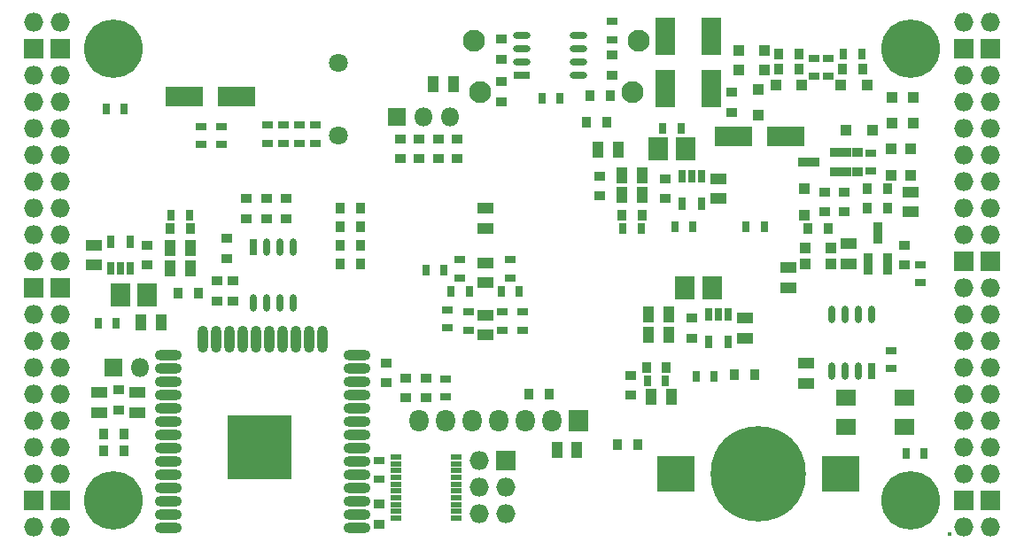
<source format=gbs>
G04 #@! TF.GenerationSoftware,KiCad,Pcbnew,5.0.0-rc2-dev-unknown+dfsg1+20180318-2*
G04 #@! TF.CreationDate,2018-05-10T13:20:57+02:00*
G04 #@! TF.ProjectId,ulx3s,756C7833732E6B696361645F70636200,rev?*
G04 #@! TF.SameCoordinates,Original*
G04 #@! TF.FileFunction,Soldermask,Bot*
G04 #@! TF.FilePolarity,Negative*
%FSLAX46Y46*%
G04 Gerber Fmt 4.6, Leading zero omitted, Abs format (unit mm)*
G04 Created by KiCad (PCBNEW 5.0.0-rc2-dev-unknown+dfsg1+20180318-2) date Thu May 10 13:20:57 2018*
%MOMM*%
%LPD*%
G01*
G04 APERTURE LIST*
%ADD10O,1.827200X1.827200*%
%ADD11R,1.827200X1.827200*%
%ADD12R,0.800000X1.300000*%
%ADD13C,5.600000*%
%ADD14R,1.100000X0.500000*%
%ADD15R,1.827200X2.132000*%
%ADD16O,1.827200X2.132000*%
%ADD17R,3.600000X3.400000*%
%ADD18C,9.100000*%
%ADD19C,1.800000*%
%ADD20R,0.700000X1.650000*%
%ADD21O,0.700000X1.650000*%
%ADD22R,1.650000X0.700000*%
%ADD23O,1.650000X0.700000*%
%ADD24O,2.600000X1.000000*%
%ADD25O,1.000000X2.600000*%
%ADD26R,6.100000X6.100000*%
%ADD27R,1.900000X1.500000*%
%ADD28R,1.070000X1.600000*%
%ADD29R,1.600000X1.070000*%
%ADD30R,0.770000X1.100000*%
%ADD31R,1.100000X0.770000*%
%ADD32C,2.100000*%
%ADD33R,1.925000X2.300000*%
%ADD34R,1.100000X1.100000*%
%ADD35R,0.900000X2.000000*%
%ADD36R,2.000000X0.900000*%
%ADD37R,3.600000X1.900000*%
%ADD38R,1.900000X3.600000*%
%ADD39C,0.400000*%
%ADD40R,0.945000X1.100000*%
%ADD41R,1.100000X0.945000*%
%ADD42R,1.800000X1.800000*%
%ADD43O,1.800000X1.800000*%
G04 APERTURE END LIST*
D10*
X97910000Y-62690000D03*
X95370000Y-62690000D03*
D11*
X97910000Y-65230000D03*
X95370000Y-65230000D03*
D10*
X97910000Y-67770000D03*
X95370000Y-67770000D03*
X97910000Y-70310000D03*
X95370000Y-70310000D03*
X97910000Y-72850000D03*
X95370000Y-72850000D03*
X97910000Y-75390000D03*
X95370000Y-75390000D03*
X97910000Y-77930000D03*
X95370000Y-77930000D03*
X97910000Y-80470000D03*
X95370000Y-80470000D03*
X97910000Y-83010000D03*
X95370000Y-83010000D03*
X97910000Y-85550000D03*
X95370000Y-85550000D03*
D11*
X97910000Y-88090000D03*
X95370000Y-88090000D03*
D10*
X97910000Y-90630000D03*
X95370000Y-90630000D03*
X97910000Y-93170000D03*
X95370000Y-93170000D03*
X97910000Y-95710000D03*
X95370000Y-95710000D03*
X97910000Y-98250000D03*
X95370000Y-98250000D03*
X97910000Y-100790000D03*
X95370000Y-100790000D03*
X97910000Y-103330000D03*
X95370000Y-103330000D03*
X97910000Y-105870000D03*
X95370000Y-105870000D03*
D11*
X97910000Y-108410000D03*
X95370000Y-108410000D03*
D10*
X97910000Y-110950000D03*
X95370000Y-110950000D03*
D12*
X159825000Y-90600000D03*
X160775000Y-90600000D03*
X161725000Y-90600000D03*
X161725000Y-93200000D03*
X159825000Y-93200000D03*
X104575000Y-86215000D03*
X103625000Y-86215000D03*
X102675000Y-86215000D03*
X102675000Y-83615000D03*
X104575000Y-83615000D03*
X157285000Y-77392000D03*
X158235000Y-77392000D03*
X159185000Y-77392000D03*
X159185000Y-79992000D03*
X157285000Y-79992000D03*
D10*
X184270000Y-110950000D03*
X186810000Y-110950000D03*
D11*
X184270000Y-108410000D03*
X186810000Y-108410000D03*
D10*
X184270000Y-105870000D03*
X186810000Y-105870000D03*
X184270000Y-103330000D03*
X186810000Y-103330000D03*
X184270000Y-100790000D03*
X186810000Y-100790000D03*
X184270000Y-98250000D03*
X186810000Y-98250000D03*
X184270000Y-95710000D03*
X186810000Y-95710000D03*
X184270000Y-93170000D03*
X186810000Y-93170000D03*
X184270000Y-90630000D03*
X186810000Y-90630000D03*
X184270000Y-88090000D03*
X186810000Y-88090000D03*
D11*
X184270000Y-85550000D03*
X186810000Y-85550000D03*
D10*
X184270000Y-83010000D03*
X186810000Y-83010000D03*
X184270000Y-80470000D03*
X186810000Y-80470000D03*
X184270000Y-77930000D03*
X186810000Y-77930000D03*
X184270000Y-75390000D03*
X186810000Y-75390000D03*
X184270000Y-72850000D03*
X186810000Y-72850000D03*
X184270000Y-70310000D03*
X186810000Y-70310000D03*
X184270000Y-67770000D03*
X186810000Y-67770000D03*
D11*
X184270000Y-65230000D03*
X186810000Y-65230000D03*
D10*
X184270000Y-62690000D03*
X186810000Y-62690000D03*
D13*
X102990000Y-108410000D03*
X179190000Y-108410000D03*
X179190000Y-65230000D03*
X102990000Y-65230000D03*
D14*
X135735000Y-104215000D03*
X135735000Y-104865000D03*
X135735000Y-105515000D03*
X135735000Y-106165000D03*
X135735000Y-106815000D03*
X135735000Y-107465000D03*
X135735000Y-108115000D03*
X135735000Y-108765000D03*
X135735000Y-109415000D03*
X135735000Y-110065000D03*
X129935000Y-110065000D03*
X129935000Y-109415000D03*
X129935000Y-108765000D03*
X129935000Y-108115000D03*
X129935000Y-107465000D03*
X129935000Y-106815000D03*
X129935000Y-106165000D03*
X129935000Y-105515000D03*
X129935000Y-104865000D03*
X129935000Y-104215000D03*
D11*
X140455000Y-104600000D03*
D10*
X137915000Y-104600000D03*
X140455000Y-107140000D03*
X137915000Y-107140000D03*
X140455000Y-109680000D03*
X137915000Y-109680000D03*
D15*
X147440000Y-100790000D03*
D16*
X144900000Y-100790000D03*
X142360000Y-100790000D03*
X139820000Y-100790000D03*
X137280000Y-100790000D03*
X134740000Y-100790000D03*
X132200000Y-100790000D03*
D17*
X172485000Y-105870000D03*
X156685000Y-105870000D03*
D18*
X164585000Y-105870000D03*
D19*
X124468000Y-66518000D03*
X124468000Y-73518000D03*
D20*
X175395000Y-96015000D03*
D21*
X174125000Y-96015000D03*
X172855000Y-96015000D03*
X171585000Y-96015000D03*
X171585000Y-90615000D03*
X172855000Y-90615000D03*
X174125000Y-90615000D03*
X175395000Y-90615000D03*
D22*
X141980000Y-67706500D03*
D23*
X141980000Y-66436500D03*
X141980000Y-65166500D03*
X141980000Y-63896500D03*
X147380000Y-63896500D03*
X147380000Y-65166500D03*
X147380000Y-66436500D03*
X147380000Y-67706500D03*
D20*
X116325000Y-84120000D03*
D21*
X117595000Y-84120000D03*
X118865000Y-84120000D03*
X120135000Y-84120000D03*
X120135000Y-89520000D03*
X118865000Y-89520000D03*
X117595000Y-89520000D03*
X116325000Y-89520000D03*
D24*
X126230000Y-111000000D03*
X126230000Y-109730000D03*
X126230000Y-108460000D03*
X126230000Y-107190000D03*
X126230000Y-105920000D03*
X126230000Y-104650000D03*
X126230000Y-103380000D03*
X126230000Y-102110000D03*
X126230000Y-100840000D03*
X126230000Y-99570000D03*
X126230000Y-98300000D03*
X126230000Y-97030000D03*
X126230000Y-95760000D03*
X126230000Y-94490000D03*
D25*
X122945000Y-93000000D03*
X121675000Y-93000000D03*
X120405000Y-93000000D03*
X119135000Y-93000000D03*
X117865000Y-93000000D03*
X116595000Y-93000000D03*
X115325000Y-93000000D03*
X114055000Y-93000000D03*
X112785000Y-93000000D03*
X111515000Y-93000000D03*
D24*
X108230000Y-94490000D03*
X108230000Y-95760000D03*
X108230000Y-97030000D03*
X108230000Y-98300000D03*
X108230000Y-99570000D03*
X108230000Y-100840000D03*
X108230000Y-102110000D03*
X108230000Y-103380000D03*
X108230000Y-104650000D03*
X108230000Y-105920000D03*
X108230000Y-107190000D03*
X108230000Y-108460000D03*
X108230000Y-109730000D03*
X108230000Y-111000000D03*
D26*
X116930000Y-103300000D03*
D27*
X178576000Y-98522000D03*
X172976000Y-98522000D03*
X172976000Y-101322000D03*
X178576000Y-101322000D03*
D28*
X133546000Y-68550000D03*
X135456000Y-68550000D03*
D29*
X101085000Y-83960000D03*
X101085000Y-85870000D03*
D30*
X153985000Y-96910000D03*
X155735000Y-96910000D03*
D28*
X156015000Y-90630000D03*
X154105000Y-90630000D03*
X154105000Y-92535000D03*
X156015000Y-92535000D03*
D29*
X163315000Y-90945000D03*
X163315000Y-92855000D03*
D30*
X151645000Y-82375000D03*
X153395000Y-82375000D03*
D28*
X153475000Y-79200000D03*
X151565000Y-79200000D03*
X153475000Y-77295000D03*
X151565000Y-77295000D03*
D29*
X160775000Y-79520000D03*
X160775000Y-77610000D03*
D30*
X108465000Y-81105000D03*
X110215000Y-81105000D03*
D28*
X108385000Y-84280000D03*
X110295000Y-84280000D03*
X110295000Y-86185000D03*
X108385000Y-86185000D03*
D29*
X173221000Y-83833000D03*
X173221000Y-85743000D03*
D31*
X175380000Y-76900000D03*
X175380000Y-75150000D03*
D29*
X105276000Y-99967000D03*
X105276000Y-98057000D03*
X167506000Y-88029000D03*
X167506000Y-86119000D03*
X138500000Y-90665000D03*
X138500000Y-92575000D03*
D31*
X150589600Y-64359000D03*
X150589600Y-62609000D03*
D29*
X138500000Y-82375000D03*
X138500000Y-80465000D03*
X138500000Y-87575000D03*
X138500000Y-85665000D03*
X101593000Y-99967000D03*
X101593000Y-98057000D03*
D28*
X154359000Y-98504000D03*
X156269000Y-98504000D03*
X105591000Y-91392000D03*
X107501000Y-91392000D03*
X151189000Y-74882000D03*
X149279000Y-74882000D03*
D31*
X140900000Y-87095000D03*
X140900000Y-85345000D03*
X136100000Y-87095000D03*
X136100000Y-85345000D03*
X136900000Y-92095000D03*
X136900000Y-90345000D03*
X140100000Y-90345000D03*
X140100000Y-92095000D03*
X142100000Y-92095000D03*
X142100000Y-90345000D03*
X134900000Y-90145000D03*
X134900000Y-91895000D03*
D30*
X135225000Y-88420000D03*
X136975000Y-88420000D03*
X140025000Y-88420000D03*
X141775000Y-88420000D03*
X163425000Y-82220000D03*
X165175000Y-82220000D03*
X158375000Y-82220000D03*
X156625000Y-82220000D03*
D31*
X177300000Y-94025000D03*
X177300000Y-95775000D03*
D28*
X145342000Y-103584000D03*
X147252000Y-103584000D03*
D30*
X103995000Y-70963000D03*
X102245000Y-70963000D03*
X103245000Y-91410000D03*
X101495000Y-91410000D03*
D31*
X180094000Y-87586000D03*
X180094000Y-85836000D03*
D30*
X180473000Y-103856000D03*
X178723000Y-103856000D03*
X158645000Y-96490000D03*
X160395000Y-96490000D03*
X132827200Y-86330000D03*
X134577200Y-86330000D03*
D29*
X169172000Y-95281000D03*
X169172000Y-97191000D03*
X179190000Y-80790000D03*
X179190000Y-78880000D03*
D32*
X152546000Y-69312000D03*
X138046000Y-69312000D03*
X153146000Y-64412000D03*
X137446000Y-64412000D03*
D33*
X157582500Y-88090000D03*
X160157500Y-88090000D03*
X103607500Y-88725000D03*
X106182500Y-88725000D03*
X157617500Y-74755000D03*
X155042500Y-74755000D03*
D34*
X169050000Y-84280000D03*
X171550000Y-84280000D03*
X169030000Y-78585000D03*
X169030000Y-81085000D03*
X171550000Y-85804000D03*
X169050000Y-85804000D03*
X179190000Y-74775000D03*
X179190000Y-77275000D03*
X177285000Y-77275000D03*
X177285000Y-74775000D03*
X172987000Y-72977000D03*
X175487000Y-72977000D03*
X164585000Y-69060000D03*
X164585000Y-71560000D03*
X168756000Y-68659000D03*
X166256000Y-68659000D03*
X174979000Y-68659000D03*
X172479000Y-68659000D03*
X165200000Y-67262000D03*
X162700000Y-67262000D03*
X162700000Y-65357000D03*
X165200000Y-65357000D03*
X177412000Y-72322000D03*
X177412000Y-69822000D03*
X179444000Y-69822000D03*
X179444000Y-72322000D03*
D35*
X176015000Y-82780000D03*
X175065000Y-85780000D03*
X176965000Y-85780000D03*
D36*
X172435000Y-75075000D03*
X172435000Y-76975000D03*
X169435000Y-76025000D03*
D37*
X114761000Y-69802000D03*
X109761000Y-69802000D03*
X167212000Y-73612000D03*
X162212000Y-73612000D03*
D38*
X155695000Y-69000000D03*
X155695000Y-64000000D03*
X160140000Y-69000000D03*
X160140000Y-64000000D03*
D39*
X182888000Y-111603000D03*
D40*
X169337500Y-82375000D03*
X171262500Y-82375000D03*
D41*
X172840000Y-78872500D03*
X172840000Y-80797500D03*
X162045000Y-69347500D03*
X162045000Y-71272500D03*
D40*
X176977500Y-80470000D03*
X175052500Y-80470000D03*
D41*
X174110000Y-75062500D03*
X174110000Y-76987500D03*
X178555000Y-85877500D03*
X178555000Y-83952500D03*
X113785000Y-83317500D03*
X113785000Y-85242500D03*
X170935000Y-78872500D03*
X170935000Y-80797500D03*
X128390000Y-108717500D03*
X128390000Y-110642500D03*
D40*
X151176500Y-103076000D03*
X153101500Y-103076000D03*
D41*
X119500000Y-81432500D03*
X119500000Y-79507500D03*
X114420000Y-89306500D03*
X114420000Y-87381500D03*
D40*
X176977500Y-78565000D03*
X175052500Y-78565000D03*
X124633500Y-85804000D03*
X126558500Y-85804000D03*
X126558500Y-84026000D03*
X124633500Y-84026000D03*
X126558500Y-82248000D03*
X124633500Y-82248000D03*
X124633500Y-80470000D03*
X126558500Y-80470000D03*
D41*
X130422000Y-73810500D03*
X130422000Y-75735500D03*
X132200000Y-73810500D03*
X132200000Y-75735500D03*
X133993000Y-73810500D03*
X133993000Y-75735500D03*
X135771000Y-75735500D03*
X135771000Y-73810500D03*
X140025500Y-64267500D03*
X140025500Y-66192500D03*
X140025500Y-68349500D03*
X140025500Y-70274500D03*
X150615000Y-65809500D03*
X150615000Y-67734500D03*
D40*
X150137500Y-72215000D03*
X148212500Y-72215000D03*
X148524500Y-69693000D03*
X150449500Y-69693000D03*
D41*
X129025000Y-95212500D03*
X129025000Y-97137500D03*
X117595000Y-79507500D03*
X117595000Y-81432500D03*
X112896000Y-87381500D03*
X112896000Y-89306500D03*
X115690000Y-81432500D03*
X115690000Y-79507500D03*
D40*
X142667500Y-98250000D03*
X144592500Y-98250000D03*
D41*
X132835000Y-98577500D03*
X132835000Y-96652500D03*
X130930000Y-96652500D03*
X130930000Y-98577500D03*
D40*
X103952500Y-103600000D03*
X102027500Y-103600000D03*
X103952500Y-102060000D03*
X102027500Y-102060000D03*
D41*
X103498000Y-99720500D03*
X103498000Y-97795500D03*
D40*
X164277500Y-96345000D03*
X162352500Y-96345000D03*
X168468500Y-65738000D03*
X166543500Y-65738000D03*
D31*
X113277000Y-74360000D03*
X113277000Y-72610000D03*
X111372000Y-72610000D03*
X111372000Y-74360000D03*
D30*
X155455000Y-72850000D03*
X157205000Y-72850000D03*
D31*
X171316000Y-66090000D03*
X171316000Y-67840000D03*
X169919000Y-67840000D03*
X169919000Y-66090000D03*
D30*
X174477000Y-65738000D03*
X172727000Y-65738000D03*
D31*
X134740000Y-96740000D03*
X134740000Y-98490000D03*
X128390000Y-106321000D03*
X128390000Y-104571000D03*
X117722000Y-72483000D03*
X117722000Y-74233000D03*
X119246000Y-74233000D03*
X119246000Y-72483000D03*
X120770000Y-72483000D03*
X120770000Y-74233000D03*
X122294000Y-74233000D03*
X122294000Y-72483000D03*
D30*
X145655000Y-69900000D03*
X143905000Y-69900000D03*
D40*
X166543500Y-67135000D03*
X168468500Y-67135000D03*
X172637500Y-67120000D03*
X174562500Y-67120000D03*
X153897500Y-95640000D03*
X155822500Y-95640000D03*
X110302500Y-82375000D03*
X108377500Y-82375000D03*
X151557500Y-81105000D03*
X153482500Y-81105000D03*
D41*
X158235000Y-90937500D03*
X158235000Y-92862500D03*
X106165000Y-83952500D03*
X106165000Y-85877500D03*
X155695000Y-77602500D03*
X155695000Y-79527500D03*
X152393000Y-96398500D03*
X152393000Y-98323500D03*
D40*
X111064500Y-88598000D03*
X109139500Y-88598000D03*
D41*
X149472000Y-77348500D03*
X149472000Y-79273500D03*
D42*
X102990000Y-95710000D03*
D43*
X105530000Y-95710000D03*
D42*
X130056000Y-71725000D03*
D43*
X132596000Y-71725000D03*
X135136000Y-71725000D03*
M02*

</source>
